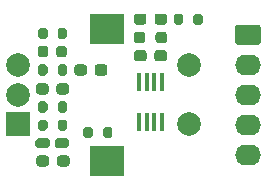
<source format=gbr>
%TF.GenerationSoftware,KiCad,Pcbnew,5.1.12-1.fc35*%
%TF.CreationDate,2021-11-27T14:34:01+00:00*%
%TF.ProjectId,kiCAD_TriSchmittPanelMount_v003.1,6b694341-445f-4547-9269-5363686d6974,rev?*%
%TF.SameCoordinates,Original*%
%TF.FileFunction,Soldermask,Top*%
%TF.FilePolarity,Negative*%
%FSLAX46Y46*%
G04 Gerber Fmt 4.6, Leading zero omitted, Abs format (unit mm)*
G04 Created by KiCad (PCBNEW 5.1.12-1.fc35) date 2021-11-27 14:34:01*
%MOMM*%
%LPD*%
G01*
G04 APERTURE LIST*
%ADD10O,2.190000X1.740000*%
%ADD11R,0.300000X1.600000*%
%ADD12C,2.000000*%
%ADD13R,3.000000X2.500000*%
%ADD14R,2.000000X2.000000*%
G04 APERTURE END LIST*
%TO.C,R7*%
G36*
G01*
X200675000Y-76625000D02*
X200675000Y-77175000D01*
G75*
G02*
X200475000Y-77375000I-200000J0D01*
G01*
X200075000Y-77375000D01*
G75*
G02*
X199875000Y-77175000I0J200000D01*
G01*
X199875000Y-76625000D01*
G75*
G02*
X200075000Y-76425000I200000J0D01*
G01*
X200475000Y-76425000D01*
G75*
G02*
X200675000Y-76625000I0J-200000D01*
G01*
G37*
G36*
G01*
X202325000Y-76625000D02*
X202325000Y-77175000D01*
G75*
G02*
X202125000Y-77375000I-200000J0D01*
G01*
X201725000Y-77375000D01*
G75*
G02*
X201525000Y-77175000I0J200000D01*
G01*
X201525000Y-76625000D01*
G75*
G02*
X201725000Y-76425000I200000J0D01*
G01*
X202125000Y-76425000D01*
G75*
G02*
X202325000Y-76625000I0J-200000D01*
G01*
G37*
%TD*%
%TO.C,D4*%
G36*
G01*
X197650000Y-79537500D02*
X197650000Y-79062500D01*
G75*
G02*
X197887500Y-78825000I237500J0D01*
G01*
X198462500Y-78825000D01*
G75*
G02*
X198700000Y-79062500I0J-237500D01*
G01*
X198700000Y-79537500D01*
G75*
G02*
X198462500Y-79775000I-237500J0D01*
G01*
X197887500Y-79775000D01*
G75*
G02*
X197650000Y-79537500I0J237500D01*
G01*
G37*
G36*
G01*
X195900000Y-79537500D02*
X195900000Y-79062500D01*
G75*
G02*
X196137500Y-78825000I237500J0D01*
G01*
X196712500Y-78825000D01*
G75*
G02*
X196950000Y-79062500I0J-237500D01*
G01*
X196950000Y-79537500D01*
G75*
G02*
X196712500Y-79775000I-237500J0D01*
G01*
X196137500Y-79775000D01*
G75*
G02*
X195900000Y-79537500I0J237500D01*
G01*
G37*
%TD*%
%TO.C,J1*%
G36*
G01*
X212954999Y-67750000D02*
X214645001Y-67750000D01*
G75*
G02*
X214895000Y-67999999I0J-249999D01*
G01*
X214895000Y-69240001D01*
G75*
G02*
X214645001Y-69490000I-249999J0D01*
G01*
X212954999Y-69490000D01*
G75*
G02*
X212705000Y-69240001I0J249999D01*
G01*
X212705000Y-67999999D01*
G75*
G02*
X212954999Y-67750000I249999J0D01*
G01*
G37*
D10*
X213800000Y-71160000D03*
X213800000Y-73700000D03*
X213800000Y-76240000D03*
X213800000Y-78780000D03*
%TD*%
D11*
%TO.C,U1*%
X206525000Y-76000000D03*
X205875000Y-76000000D03*
X205225000Y-76000000D03*
X204575000Y-76000000D03*
X204575000Y-72600000D03*
X205225000Y-72600000D03*
X205875000Y-72600000D03*
X206525000Y-72600000D03*
%TD*%
%TO.C,R6*%
G36*
G01*
X205975000Y-69087500D02*
X205975000Y-68612500D01*
G75*
G02*
X206212500Y-68375000I237500J0D01*
G01*
X206712500Y-68375000D01*
G75*
G02*
X206950000Y-68612500I0J-237500D01*
G01*
X206950000Y-69087500D01*
G75*
G02*
X206712500Y-69325000I-237500J0D01*
G01*
X206212500Y-69325000D01*
G75*
G02*
X205975000Y-69087500I0J237500D01*
G01*
G37*
G36*
G01*
X204150000Y-69087500D02*
X204150000Y-68612500D01*
G75*
G02*
X204387500Y-68375000I237500J0D01*
G01*
X204887500Y-68375000D01*
G75*
G02*
X205125000Y-68612500I0J-237500D01*
G01*
X205125000Y-69087500D01*
G75*
G02*
X204887500Y-69325000I-237500J0D01*
G01*
X204387500Y-69325000D01*
G75*
G02*
X204150000Y-69087500I0J237500D01*
G01*
G37*
%TD*%
%TO.C,R5*%
G36*
G01*
X209175000Y-67575000D02*
X209175000Y-67025000D01*
G75*
G02*
X209375000Y-66825000I200000J0D01*
G01*
X209775000Y-66825000D01*
G75*
G02*
X209975000Y-67025000I0J-200000D01*
G01*
X209975000Y-67575000D01*
G75*
G02*
X209775000Y-67775000I-200000J0D01*
G01*
X209375000Y-67775000D01*
G75*
G02*
X209175000Y-67575000I0J200000D01*
G01*
G37*
G36*
G01*
X207525000Y-67575000D02*
X207525000Y-67025000D01*
G75*
G02*
X207725000Y-66825000I200000J0D01*
G01*
X208125000Y-66825000D01*
G75*
G02*
X208325000Y-67025000I0J-200000D01*
G01*
X208325000Y-67575000D01*
G75*
G02*
X208125000Y-67775000I-200000J0D01*
G01*
X207725000Y-67775000D01*
G75*
G02*
X207525000Y-67575000I0J200000D01*
G01*
G37*
%TD*%
%TO.C,R4*%
G36*
G01*
X196833834Y-71325000D02*
X196833834Y-71875000D01*
G75*
G02*
X196633834Y-72075000I-200000J0D01*
G01*
X196233834Y-72075000D01*
G75*
G02*
X196033834Y-71875000I0J200000D01*
G01*
X196033834Y-71325000D01*
G75*
G02*
X196233834Y-71125000I200000J0D01*
G01*
X196633834Y-71125000D01*
G75*
G02*
X196833834Y-71325000I0J-200000D01*
G01*
G37*
G36*
G01*
X198483834Y-71325000D02*
X198483834Y-71875000D01*
G75*
G02*
X198283834Y-72075000I-200000J0D01*
G01*
X197883834Y-72075000D01*
G75*
G02*
X197683834Y-71875000I0J200000D01*
G01*
X197683834Y-71325000D01*
G75*
G02*
X197883834Y-71125000I200000J0D01*
G01*
X198283834Y-71125000D01*
G75*
G02*
X198483834Y-71325000I0J-200000D01*
G01*
G37*
%TD*%
%TO.C,R3*%
G36*
G01*
X197683834Y-68775000D02*
X197683834Y-68225000D01*
G75*
G02*
X197883834Y-68025000I200000J0D01*
G01*
X198283834Y-68025000D01*
G75*
G02*
X198483834Y-68225000I0J-200000D01*
G01*
X198483834Y-68775000D01*
G75*
G02*
X198283834Y-68975000I-200000J0D01*
G01*
X197883834Y-68975000D01*
G75*
G02*
X197683834Y-68775000I0J200000D01*
G01*
G37*
G36*
G01*
X196033834Y-68775000D02*
X196033834Y-68225000D01*
G75*
G02*
X196233834Y-68025000I200000J0D01*
G01*
X196633834Y-68025000D01*
G75*
G02*
X196833834Y-68225000I0J-200000D01*
G01*
X196833834Y-68775000D01*
G75*
G02*
X196633834Y-68975000I-200000J0D01*
G01*
X196233834Y-68975000D01*
G75*
G02*
X196033834Y-68775000I0J200000D01*
G01*
G37*
%TD*%
%TO.C,R2*%
G36*
G01*
X198483834Y-75998334D02*
X198483834Y-76548334D01*
G75*
G02*
X198283834Y-76748334I-200000J0D01*
G01*
X197883834Y-76748334D01*
G75*
G02*
X197683834Y-76548334I0J200000D01*
G01*
X197683834Y-75998334D01*
G75*
G02*
X197883834Y-75798334I200000J0D01*
G01*
X198283834Y-75798334D01*
G75*
G02*
X198483834Y-75998334I0J-200000D01*
G01*
G37*
G36*
G01*
X196833834Y-75998334D02*
X196833834Y-76548334D01*
G75*
G02*
X196633834Y-76748334I-200000J0D01*
G01*
X196233834Y-76748334D01*
G75*
G02*
X196033834Y-76548334I0J200000D01*
G01*
X196033834Y-75998334D01*
G75*
G02*
X196233834Y-75798334I200000J0D01*
G01*
X196633834Y-75798334D01*
G75*
G02*
X196833834Y-75998334I0J-200000D01*
G01*
G37*
%TD*%
%TO.C,R1*%
G36*
G01*
X196033834Y-75011668D02*
X196033834Y-74461668D01*
G75*
G02*
X196233834Y-74261668I200000J0D01*
G01*
X196633834Y-74261668D01*
G75*
G02*
X196833834Y-74461668I0J-200000D01*
G01*
X196833834Y-75011668D01*
G75*
G02*
X196633834Y-75211668I-200000J0D01*
G01*
X196233834Y-75211668D01*
G75*
G02*
X196033834Y-75011668I0J200000D01*
G01*
G37*
G36*
G01*
X197683834Y-75011668D02*
X197683834Y-74461668D01*
G75*
G02*
X197883834Y-74261668I200000J0D01*
G01*
X198283834Y-74261668D01*
G75*
G02*
X198483834Y-74461668I0J-200000D01*
G01*
X198483834Y-75011668D01*
G75*
G02*
X198283834Y-75211668I-200000J0D01*
G01*
X197883834Y-75211668D01*
G75*
G02*
X197683834Y-75011668I0J200000D01*
G01*
G37*
%TD*%
%TO.C,D3*%
G36*
G01*
X205900000Y-67537500D02*
X205900000Y-67062500D01*
G75*
G02*
X206137500Y-66825000I237500J0D01*
G01*
X206712500Y-66825000D01*
G75*
G02*
X206950000Y-67062500I0J-237500D01*
G01*
X206950000Y-67537500D01*
G75*
G02*
X206712500Y-67775000I-237500J0D01*
G01*
X206137500Y-67775000D01*
G75*
G02*
X205900000Y-67537500I0J237500D01*
G01*
G37*
G36*
G01*
X204150000Y-67537500D02*
X204150000Y-67062500D01*
G75*
G02*
X204387500Y-66825000I237500J0D01*
G01*
X204962500Y-66825000D01*
G75*
G02*
X205200000Y-67062500I0J-237500D01*
G01*
X205200000Y-67537500D01*
G75*
G02*
X204962500Y-67775000I-237500J0D01*
G01*
X204387500Y-67775000D01*
G75*
G02*
X204150000Y-67537500I0J237500D01*
G01*
G37*
%TD*%
%TO.C,D2*%
G36*
G01*
X196888834Y-69793750D02*
X196888834Y-70306250D01*
G75*
G02*
X196670084Y-70525000I-218750J0D01*
G01*
X196232584Y-70525000D01*
G75*
G02*
X196013834Y-70306250I0J218750D01*
G01*
X196013834Y-69793750D01*
G75*
G02*
X196232584Y-69575000I218750J0D01*
G01*
X196670084Y-69575000D01*
G75*
G02*
X196888834Y-69793750I0J-218750D01*
G01*
G37*
G36*
G01*
X198463834Y-69793750D02*
X198463834Y-70306250D01*
G75*
G02*
X198245084Y-70525000I-218750J0D01*
G01*
X197807584Y-70525000D01*
G75*
G02*
X197588834Y-70306250I0J218750D01*
G01*
X197588834Y-69793750D01*
G75*
G02*
X197807584Y-69575000I218750J0D01*
G01*
X198245084Y-69575000D01*
G75*
G02*
X198463834Y-69793750I0J-218750D01*
G01*
G37*
%TD*%
%TO.C,D1*%
G36*
G01*
X198663834Y-77587500D02*
X198663834Y-78012500D01*
G75*
G02*
X198451334Y-78225000I-212500J0D01*
G01*
X197651334Y-78225000D01*
G75*
G02*
X197438834Y-78012500I0J212500D01*
G01*
X197438834Y-77587500D01*
G75*
G02*
X197651334Y-77375000I212500J0D01*
G01*
X198451334Y-77375000D01*
G75*
G02*
X198663834Y-77587500I0J-212500D01*
G01*
G37*
G36*
G01*
X197038834Y-77587500D02*
X197038834Y-78012500D01*
G75*
G02*
X196826334Y-78225000I-212500J0D01*
G01*
X196026334Y-78225000D01*
G75*
G02*
X195813834Y-78012500I0J212500D01*
G01*
X195813834Y-77587500D01*
G75*
G02*
X196026334Y-77375000I212500J0D01*
G01*
X196826334Y-77375000D01*
G75*
G02*
X197038834Y-77587500I0J-212500D01*
G01*
G37*
%TD*%
%TO.C,C3*%
G36*
G01*
X205875000Y-70637500D02*
X205875000Y-70162500D01*
G75*
G02*
X206112500Y-69925000I237500J0D01*
G01*
X206712500Y-69925000D01*
G75*
G02*
X206950000Y-70162500I0J-237500D01*
G01*
X206950000Y-70637500D01*
G75*
G02*
X206712500Y-70875000I-237500J0D01*
G01*
X206112500Y-70875000D01*
G75*
G02*
X205875000Y-70637500I0J237500D01*
G01*
G37*
G36*
G01*
X204150000Y-70637500D02*
X204150000Y-70162500D01*
G75*
G02*
X204387500Y-69925000I237500J0D01*
G01*
X204987500Y-69925000D01*
G75*
G02*
X205225000Y-70162500I0J-237500D01*
G01*
X205225000Y-70637500D01*
G75*
G02*
X204987500Y-70875000I-237500J0D01*
G01*
X204387500Y-70875000D01*
G75*
G02*
X204150000Y-70637500I0J237500D01*
G01*
G37*
%TD*%
%TO.C,C2*%
G36*
G01*
X200175000Y-71362500D02*
X200175000Y-71837500D01*
G75*
G02*
X199937500Y-72075000I-237500J0D01*
G01*
X199337500Y-72075000D01*
G75*
G02*
X199100000Y-71837500I0J237500D01*
G01*
X199100000Y-71362500D01*
G75*
G02*
X199337500Y-71125000I237500J0D01*
G01*
X199937500Y-71125000D01*
G75*
G02*
X200175000Y-71362500I0J-237500D01*
G01*
G37*
G36*
G01*
X201900000Y-71362500D02*
X201900000Y-71837500D01*
G75*
G02*
X201662500Y-72075000I-237500J0D01*
G01*
X201062500Y-72075000D01*
G75*
G02*
X200825000Y-71837500I0J237500D01*
G01*
X200825000Y-71362500D01*
G75*
G02*
X201062500Y-71125000I237500J0D01*
G01*
X201662500Y-71125000D01*
G75*
G02*
X201900000Y-71362500I0J-237500D01*
G01*
G37*
%TD*%
%TO.C,C1*%
G36*
G01*
X195858834Y-73437500D02*
X195858834Y-72962500D01*
G75*
G02*
X196096334Y-72725000I237500J0D01*
G01*
X196696334Y-72725000D01*
G75*
G02*
X196933834Y-72962500I0J-237500D01*
G01*
X196933834Y-73437500D01*
G75*
G02*
X196696334Y-73675000I-237500J0D01*
G01*
X196096334Y-73675000D01*
G75*
G02*
X195858834Y-73437500I0J237500D01*
G01*
G37*
G36*
G01*
X197583834Y-73437500D02*
X197583834Y-72962500D01*
G75*
G02*
X197821334Y-72725000I237500J0D01*
G01*
X198421334Y-72725000D01*
G75*
G02*
X198658834Y-72962500I0J-237500D01*
G01*
X198658834Y-73437500D01*
G75*
G02*
X198421334Y-73675000I-237500J0D01*
G01*
X197821334Y-73675000D01*
G75*
G02*
X197583834Y-73437500I0J237500D01*
G01*
G37*
%TD*%
D12*
%TO.C,SW1*%
X208850000Y-71200000D03*
X208850000Y-76200000D03*
D13*
X201850000Y-68100000D03*
X201850000Y-79300000D03*
D12*
X194350000Y-71200000D03*
X194350000Y-73700000D03*
D14*
X194350000Y-76200000D03*
%TD*%
M02*

</source>
